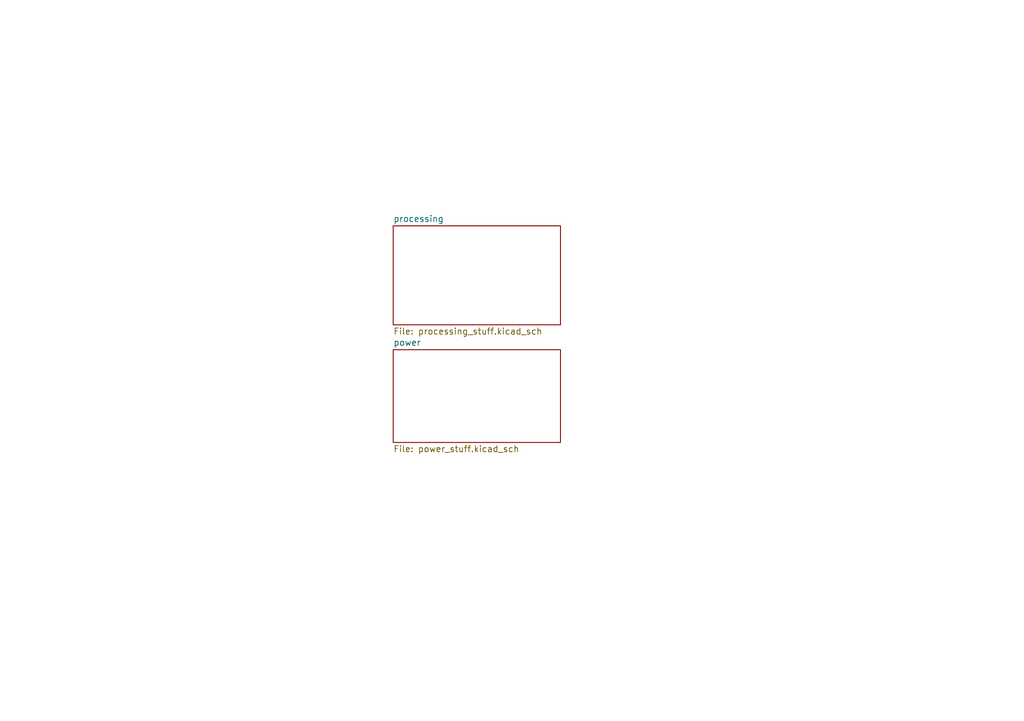
<source format=kicad_sch>
(kicad_sch (version 20230121) (generator eeschema)
  (paper "A5")
  (lib_symbols)
  (sheet (at 80.645 46.355) (size 34.29 20.32) (stroke (width 0.1524))
    (property "Sheetname" "processing" (at 80.645 45.6434 0) (effects (justify left bottom)))
    (property "Sheetfile" "processing_stuff.kicad_sch" (at 80.645 67.2596 0) (effects (justify left top)))
  )
  (sheet (at 80.645 71.755) (size 34.29 19.05) (stroke (width 0.1524))
    (property "Sheetname" "power" (at 80.645 71.0434 0) (effects (justify left bottom)))
    (property "Sheetfile" "power_stuff.kicad_sch" (at 80.645 91.3896 0) (effects (justify left top)))
  )
)
</source>
